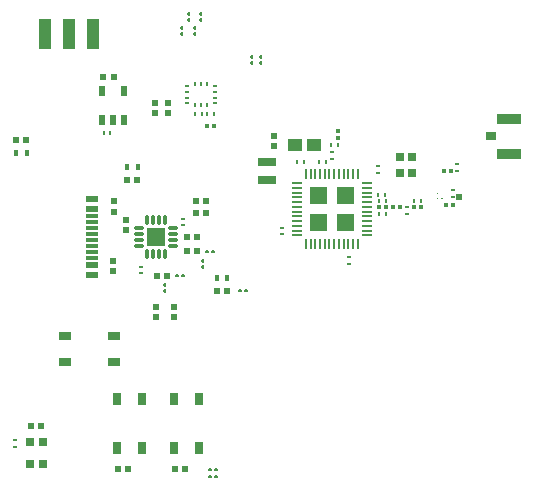
<source format=gbr>
%TF.GenerationSoftware,Altium Limited,Altium Designer Develop,26.0.0 (27)*%
G04 Layer_Color=8421504*
%FSLAX45Y45*%
%MOMM*%
%TF.SameCoordinates,D5E2BA32-6F81-40A5-AA13-F30F529DFF44*%
%TF.FilePolarity,Positive*%
%TF.FileFunction,Paste,Top*%
%TF.Part,Single*%
G01*
G75*
%TA.AperFunction,SMDPad,CuDef*%
%ADD13R,0.30000X0.27000*%
%ADD15R,0.70000X0.75000*%
%ADD16R,0.27000X0.30000*%
G04:AMPARAMS|DCode=17|XSize=0.22mm|YSize=0.81mm|CornerRadius=0.0275mm|HoleSize=0mm|Usage=FLASHONLY|Rotation=0.000|XOffset=0mm|YOffset=0mm|HoleType=Round|Shape=RoundedRectangle|*
%AMROUNDEDRECTD17*
21,1,0.22000,0.75500,0,0,0.0*
21,1,0.16500,0.81000,0,0,0.0*
1,1,0.05500,0.08250,-0.37750*
1,1,0.05500,-0.08250,-0.37750*
1,1,0.05500,-0.08250,0.37750*
1,1,0.05500,0.08250,0.37750*
%
%ADD17ROUNDEDRECTD17*%
%ADD18R,0.25000X0.45000*%
%ADD19R,0.50000X0.50000*%
%ADD20R,0.60000X0.90000*%
%ADD21R,0.50000X0.50000*%
%ADD22R,0.60000X0.55000*%
G04:AMPARAMS|DCode=23|XSize=0.81mm|YSize=0.22mm|CornerRadius=0.0275mm|HoleSize=0mm|Usage=FLASHONLY|Rotation=0.000|XOffset=0mm|YOffset=0mm|HoleType=Round|Shape=RoundedRectangle|*
%AMROUNDEDRECTD23*
21,1,0.81000,0.16500,0,0,0.0*
21,1,0.75500,0.22000,0,0,0.0*
1,1,0.05500,0.37750,-0.08250*
1,1,0.05500,-0.37750,-0.08250*
1,1,0.05500,-0.37750,0.08250*
1,1,0.05500,0.37750,0.08250*
%
%ADD23ROUNDEDRECTD23*%
%ADD25R,1.65000X1.65000*%
%ADD26R,0.40000X0.60000*%
%ADD27R,0.55000X0.60000*%
%TA.AperFunction,ConnectorPad*%
%ADD28R,1.10000X0.60000*%
%TA.AperFunction,SMDPad,CuDef*%
%ADD29R,0.65000X1.05000*%
%ADD30R,0.70000X0.70000*%
%ADD31R,0.50800X0.50800*%
%ADD32R,0.30000X0.30000*%
%ADD34R,1.50000X0.80000*%
G04:AMPARAMS|DCode=35|XSize=0.254mm|YSize=0.3556mm|CornerRadius=0.0635mm|HoleSize=0mm|Usage=FLASHONLY|Rotation=270.000|XOffset=0mm|YOffset=0mm|HoleType=Round|Shape=RoundedRectangle|*
%AMROUNDEDRECTD35*
21,1,0.25400,0.22860,0,0,270.0*
21,1,0.12700,0.35560,0,0,270.0*
1,1,0.12700,-0.11430,-0.06350*
1,1,0.12700,-0.11430,0.06350*
1,1,0.12700,0.11430,0.06350*
1,1,0.12700,0.11430,-0.06350*
%
%ADD35ROUNDEDRECTD35*%
%ADD36O,0.30000X0.85000*%
%ADD37O,0.85000X0.30000*%
%TA.AperFunction,ConnectorPad*%
%ADD38R,1.10000X0.30000*%
%TA.AperFunction,SMDPad,CuDef*%
G04:AMPARAMS|DCode=39|XSize=0.254mm|YSize=0.3556mm|CornerRadius=0.0635mm|HoleSize=0mm|Usage=FLASHONLY|Rotation=180.000|XOffset=0mm|YOffset=0mm|HoleType=Round|Shape=RoundedRectangle|*
%AMROUNDEDRECTD39*
21,1,0.25400,0.22860,0,0,180.0*
21,1,0.12700,0.35560,0,0,180.0*
1,1,0.12700,-0.06350,0.11430*
1,1,0.12700,0.06350,0.11430*
1,1,0.12700,0.06350,-0.11430*
1,1,0.12700,-0.06350,-0.11430*
%
%ADD39ROUNDEDRECTD39*%
%ADD40R,1.05000X0.65000*%
%TA.AperFunction,ConnectorPad*%
%ADD41R,1.00000X2.50000*%
%TA.AperFunction,SMDPad,CuDef*%
%ADD42R,0.30000X0.30000*%
%ADD43R,0.45000X0.25000*%
%ADD44R,1.20606X1.05822*%
%TA.AperFunction,NonConductor*%
%ADD83C,0.12500*%
%ADD84R,2.00000X0.90000*%
%ADD85R,0.85000X0.80000*%
G36*
X2764700Y2206545D02*
X2618700D01*
Y2352545D01*
X2764700D01*
Y2206545D01*
D02*
G37*
G36*
Y2436545D02*
X2618700D01*
Y2582545D01*
X2764700D01*
Y2436545D01*
D02*
G37*
G36*
X2994700Y2206545D02*
X2848700D01*
Y2352545D01*
X2994700D01*
Y2206545D01*
D02*
G37*
G36*
Y2436545D02*
X2848700D01*
Y2582545D01*
X2994700D01*
Y2436545D01*
D02*
G37*
D13*
X3869554Y2776688D02*
D03*
X3835400Y2556360D02*
D03*
X3441700Y2356000D02*
D03*
X2804900Y2879053D02*
D03*
X3196280Y2760669D02*
D03*
X2949867Y1931566D02*
D03*
X2387600Y2181300D02*
D03*
X1549400Y2314500D02*
D03*
X1193800Y1851100D02*
D03*
X127000Y381000D02*
D03*
X3835400Y2499360D02*
D03*
X3869554Y2719687D02*
D03*
X3441700Y2413000D02*
D03*
X2387600Y2238300D02*
D03*
X1549400Y2257500D02*
D03*
X1193800Y1908100D02*
D03*
X2804900Y2822053D02*
D03*
X3196280Y2703669D02*
D03*
X2949867Y1988566D02*
D03*
X127000Y438000D02*
D03*
D15*
X3484283Y2839027D02*
D03*
X3384283Y2704027D02*
D03*
Y2839027D02*
D03*
X3484283Y2704027D02*
D03*
D16*
X3502122Y2467280D02*
D03*
X2800500Y2938780D02*
D03*
X2754984Y2791542D02*
D03*
X1753725Y3198900D02*
D03*
X1704900Y3198895D02*
D03*
X2510324Y2790525D02*
D03*
X932529Y3041504D02*
D03*
X3256692Y2517600D02*
D03*
X3205480Y2466340D02*
D03*
X3266372Y2352280D02*
D03*
X3559122Y2467280D02*
D03*
X3262480Y2466340D02*
D03*
X3199692Y2517600D02*
D03*
X875529Y3041504D02*
D03*
X2857500Y2938780D02*
D03*
X2567324Y2790525D02*
D03*
X2697984Y2791542D02*
D03*
X3209372Y2352280D02*
D03*
X1647900Y3198895D02*
D03*
X1810726Y3198900D02*
D03*
D17*
X2746700Y2689545D02*
D03*
X2986700D02*
D03*
X3026700D02*
D03*
X2786700D02*
D03*
X2586700D02*
D03*
X2626700D02*
D03*
X2666700D02*
D03*
X2706700D02*
D03*
X2826700D02*
D03*
X2866700D02*
D03*
X2906700D02*
D03*
X2946700D02*
D03*
X3026700Y2099545D02*
D03*
X2986700D02*
D03*
X2946700D02*
D03*
X2906700D02*
D03*
X2866700D02*
D03*
X2826700D02*
D03*
X2786700D02*
D03*
X2746700D02*
D03*
X2706700D02*
D03*
X2666700D02*
D03*
X2626700D02*
D03*
X2586700D02*
D03*
D18*
X1751800Y3273000D02*
D03*
X1701800D02*
D03*
X1651800Y3458000D02*
D03*
X1701800D02*
D03*
X1751800D02*
D03*
X1651800Y3273000D02*
D03*
D19*
X962828Y3511020D02*
D03*
X872828D02*
D03*
D20*
X953294Y3147840D02*
D03*
X858294Y3397840D02*
D03*
Y3147840D02*
D03*
X1048294D02*
D03*
Y3397840D02*
D03*
D21*
X2321560Y3016800D02*
D03*
Y2926800D02*
D03*
D22*
X220300Y2976880D02*
D03*
X1837100Y1701800D02*
D03*
X1922100D02*
D03*
X1583100Y2159000D02*
D03*
X1668100D02*
D03*
Y2038520D02*
D03*
X1583100D02*
D03*
X1744300Y2362200D02*
D03*
X1659300D02*
D03*
X1744300Y2463800D02*
D03*
X1659300D02*
D03*
X1160100Y2641600D02*
D03*
X1329100Y1828800D02*
D03*
X1075100Y2641600D02*
D03*
X135300Y2976880D02*
D03*
X1414100Y1828800D02*
D03*
X347300Y558800D02*
D03*
X262300D02*
D03*
X1475836Y192320D02*
D03*
X1560836D02*
D03*
X1082202D02*
D03*
X997202D02*
D03*
D23*
X3101700Y2454545D02*
D03*
Y2494545D02*
D03*
X2511700Y2214545D02*
D03*
Y2454545D02*
D03*
Y2174545D02*
D03*
X3101700Y2614545D02*
D03*
Y2574545D02*
D03*
Y2534545D02*
D03*
Y2414545D02*
D03*
Y2374545D02*
D03*
Y2334545D02*
D03*
Y2294545D02*
D03*
Y2254545D02*
D03*
Y2214545D02*
D03*
Y2174545D02*
D03*
X2511700Y2254545D02*
D03*
Y2294545D02*
D03*
Y2334545D02*
D03*
Y2374545D02*
D03*
Y2414545D02*
D03*
Y2494545D02*
D03*
Y2534545D02*
D03*
Y2574545D02*
D03*
Y2614545D02*
D03*
D25*
X1318000Y2157800D02*
D03*
D26*
X1922740Y1811020D02*
D03*
X1832740D02*
D03*
X222800Y2869975D02*
D03*
X1072600Y2748505D02*
D03*
X1162600D02*
D03*
X132800Y2869975D02*
D03*
D27*
X964300Y2460400D02*
D03*
X952500Y1872111D02*
D03*
X1308100Y3208700D02*
D03*
Y3293700D02*
D03*
X1422400D02*
D03*
Y3208700D02*
D03*
X964300Y2375400D02*
D03*
X1067220Y2221082D02*
D03*
Y2306082D02*
D03*
X1473200Y1566500D02*
D03*
X1320800D02*
D03*
X1473200Y1481500D02*
D03*
X1320800D02*
D03*
X952500Y1957111D02*
D03*
D28*
X775000Y2479400D02*
D03*
Y1839400D02*
D03*
Y1919400D02*
D03*
Y2399400D02*
D03*
D29*
X1682300Y791700D02*
D03*
X1199700Y376700D02*
D03*
X1682300D02*
D03*
X1199700Y791700D02*
D03*
X984700Y376700D02*
D03*
Y791700D02*
D03*
X1467300D02*
D03*
Y376700D02*
D03*
D30*
X359800Y238700D02*
D03*
Y421700D02*
D03*
X249800D02*
D03*
Y238700D02*
D03*
D31*
X3887347Y2500000D02*
D03*
D32*
X3834440Y2428240D02*
D03*
X3819682Y2717800D02*
D03*
X3759682D02*
D03*
X3774440Y2428240D02*
D03*
X3560600Y2413000D02*
D03*
X3500600D02*
D03*
X3386115Y2412680D02*
D03*
X3326115D02*
D03*
X3202488Y2412035D02*
D03*
X3262488D02*
D03*
X1808000Y3098800D02*
D03*
X1748000D02*
D03*
D34*
X2260600Y2642800D02*
D03*
Y2792800D02*
D03*
D35*
X2032000Y1701800D02*
D03*
X1796882Y2029154D02*
D03*
X1746082D02*
D03*
X2082800Y1701800D02*
D03*
X1778000Y182882D02*
D03*
X1828800D02*
D03*
X1778000Y127000D02*
D03*
X1828800D02*
D03*
X1498600Y1828800D02*
D03*
X1549400D02*
D03*
D36*
X1243000Y2015300D02*
D03*
X1293000D02*
D03*
X1343000D02*
D03*
X1393000D02*
D03*
Y2300300D02*
D03*
X1343000D02*
D03*
X1293000D02*
D03*
X1243000D02*
D03*
D37*
X1460500Y2132800D02*
D03*
Y2182800D02*
D03*
Y2232800D02*
D03*
X1175500D02*
D03*
Y2182800D02*
D03*
Y2132800D02*
D03*
Y2082800D02*
D03*
X1460500D02*
D03*
D38*
X775000Y2234400D02*
D03*
Y2134400D02*
D03*
Y1984400D02*
D03*
Y2034400D02*
D03*
Y2284400D02*
D03*
Y2334400D02*
D03*
Y2084400D02*
D03*
Y2184400D02*
D03*
D39*
X1714500Y1905000D02*
D03*
Y1955800D02*
D03*
X1540465Y3926840D02*
D03*
Y3876040D02*
D03*
X1701800Y4051300D02*
D03*
Y4000500D02*
D03*
X1651000Y3926840D02*
D03*
Y3876040D02*
D03*
X2133600Y3683000D02*
D03*
Y3632200D02*
D03*
X1600200Y4000500D02*
D03*
Y4051300D02*
D03*
X2209800Y3683000D02*
D03*
Y3632200D02*
D03*
X1397000Y1701800D02*
D03*
Y1752600D02*
D03*
D40*
X550200Y1319900D02*
D03*
X965200D02*
D03*
Y1104900D02*
D03*
X550200D02*
D03*
D41*
X582600Y3881400D02*
D03*
X382600D02*
D03*
X782600D02*
D03*
D42*
X2857500Y2994365D02*
D03*
Y3054365D02*
D03*
D43*
X1584300Y3290500D02*
D03*
X1819300Y3440500D02*
D03*
Y3390500D02*
D03*
Y3340500D02*
D03*
Y3290500D02*
D03*
X1584300Y3340500D02*
D03*
Y3390500D02*
D03*
Y3440500D02*
D03*
D44*
X2491875Y2941349D02*
D03*
X2657092D02*
D03*
D83*
X3740862Y2486304D02*
G03*
X3740862Y2486304I-6250J0D01*
G01*
Y2526304D02*
G03*
X3740862Y2526304I-6250J0D01*
G01*
Y2566304D02*
G03*
X3740862Y2566304I-6250J0D01*
G01*
X3700862D02*
G03*
X3700862Y2566304I-6250J0D01*
G01*
Y2526304D02*
G03*
X3700862Y2526304I-6250J0D01*
G01*
Y2486304D02*
G03*
X3700862Y2486304I-6250J0D01*
G01*
D84*
X4309268Y3160553D02*
D03*
Y2860553D02*
D03*
D85*
X4156776Y3010797D02*
D03*
%TF.MD5,1c035b45362a920f8287223646ceea91*%
M02*

</source>
